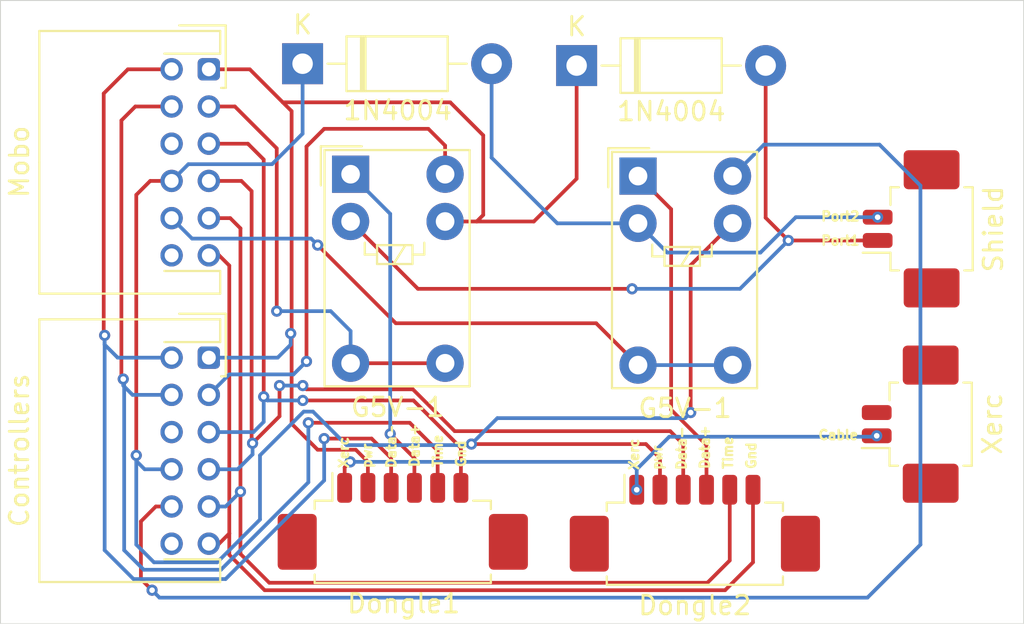
<source format=kicad_pcb>
(kicad_pcb (version 20240108) (generator "pcbnew") (generator_version "8.0")
  (layers (0 "F.Cu" signal) (31 "B.Cu" signal) (34 "B.Paste" user) (35 "F.Paste" user) (36 "B.SilkS" user "B.Silkscreen") (37 "F.SilkS" user "F.Silkscreen") (38 "B.Mask" user) (39 "F.Mask" user) (44 "Edge.Cuts" user))
  (net 0 "")
  (net 1 "Net-(D1-A)")
  (net 2 "Net-(D2-A)")
  (net 3 "Net-(D1-K)")
  (net 4 "Net-(D2-K)")
  (net 5 "Net-(J1-Pin_5)")
  (net 6 "Net-(J1-Pin_4)")
  (net 8 "Net-(J1-Pin_9)")
  (net 10 "Net-(J1-Pin_10)")
  (net 11 "Net-(J1-Pin_7)")
  (net 12 "Net-(J1-Pin_11)")
  (net 13 "Net-(J1-Pin_3)")
  (net 14 "Net-(J1-Pin_2)")
  (net 15 "Net-(J2-Pin_3)")
  (net 16 "Net-(J2-Pin_10)")
  (net 19 "Net-(J3-Pin_1)")
  (net 20 "Net-(J3-Pin_4)")
  (net 21 "Net-(J4-Pin_4)")
  (footprint "Diode_THT:D_DO-41_SOD81_P10.16mm_Horizontal" (layer "F.Cu") (at 135.44 78.1)
    (property "Reference" "D1" (hide yes))
    (property "Value" "1N4004")
    (fp_line (start 1.34 0) (end 2.36 0) (stroke (width 0.12)) (layer "F.SilkS"))
    (fp_line (start 2.36 -1.47) (end 2.36 1.47) (stroke (width 0.12)) (layer "F.SilkS"))
    (fp_line (start 2.36 1.47) (end 7.8 1.47) (stroke (width 0.12)) (layer "F.SilkS"))
    (fp_line (start 3.14 -1.47) (end 3.14 1.47) (stroke (width 0.12)) (layer "F.SilkS"))
    (fp_line (start 3.26 -1.47) (end 3.26 1.47) (stroke (width 0.12)) (layer "F.SilkS"))
    (fp_line (start 3.38 -1.47) (end 3.38 1.47) (stroke (width 0.12)) (layer "F.SilkS"))
    (fp_line (start 7.8 -1.47) (end 2.36 -1.47) (stroke (width 0.12)) (layer "F.SilkS"))
    (fp_line (start 7.8 1.47) (end 7.8 -1.47) (stroke (width 0.12)) (layer "F.SilkS"))
    (fp_line (start 8.82 0) (end 7.8 0) (stroke (width 0.12)) (layer "F.SilkS"))
    (fp_text user "K" (at 0 -2.1 0) (layer "F.SilkS"))
    (pad "1" thru_hole rect (at 0 0) (size 2.2 2.2) (drill 1.1) (layers "*.Cu" "*.Mask") (net 3 "Net-(D1-K)"))
    (pad "2" thru_hole oval (at 10.16 0) (size 2.2 2.2) (drill 1.1) (layers "*.Cu" "*.Mask") (net 1 "Net-(D1-A)"))
  )
  (footprint "Connector_Molex:Molex_PicoBlade_53261-0671_1x06-1MP_P1.25mm_Horizontal" (layer "F.Cu") (at 140.825 103.3)
    (property "Reference" "J3" (hide yes))
    (property "Value" "Dongle1")
    (fp_line (start -4.735 -1.71) (end -3.785 -1.71) (stroke (width 0.12)) (layer "F.SilkS"))
    (fp_line (start -4.735 -1.26) (end -4.735 -1.71) (stroke (width 0.12)) (layer "F.SilkS"))
    (fp_line (start -4.735 2.26) (end -4.735 2.71) (stroke (width 0.12)) (layer "F.SilkS"))
    (fp_line (start -4.735 2.71) (end 4.735 2.71) (stroke (width 0.12)) (layer "F.SilkS"))
    (fp_line (start -3.785 -1.71) (end -3.785 -3.2) (stroke (width 0.12)) (layer "F.SilkS"))
    (fp_line (start 4.735 -1.71) (end 3.785 -1.71) (stroke (width 0.12)) (layer "F.SilkS"))
    (fp_line (start 4.735 -1.26) (end 4.735 -1.71) (stroke (width 0.12)) (layer "F.SilkS"))
    (fp_line (start 4.735 2.71) (end 4.735 2.26) (stroke (width 0.12)) (layer "F.SilkS"))
    (pad "1" smd roundrect (at -3.125 -2.4) (size 0.8 1.6) (layers "F.Cu" "F.Paste" "F.Mask") (net 19 "Net-(J3-Pin_1)"))
    (pad "2" smd roundrect (at -1.875 -2.4) (size 0.8 1.6) (layers "F.Cu" "F.Paste" "F.Mask") (net 4 "Net-(D2-K)"))
    (pad "3" smd roundrect (at -0.625 -2.4) (size 0.8 1.6) (layers "F.Cu" "F.Paste" "F.Mask") (net 14 "Net-(J1-Pin_2)"))
    (pad "4" smd roundrect (at 0.625 -2.4) (size 0.8 1.6) (layers "F.Cu" "F.Paste" "F.Mask") (net 20 "Net-(J3-Pin_4)"))
    (pad "5" smd roundrect (at 1.875 -2.4) (size 0.8 1.6) (layers "F.Cu" "F.Paste" "F.Mask") (net 6 "Net-(J1-Pin_4)"))
    (pad "6" smd roundrect (at 3.125 -2.4) (size 0.8 1.6) (layers "F.Cu" "F.Paste" "F.Mask") (net 5 "Net-(J1-Pin_5)"))
    (pad "MP" smd roundrect (at -5.675 0.5) (size 2.1 3) (layers "F.Cu" "F.Paste" "F.Mask") (roundrect_rratio 0.119048))
    (pad "MP" smd roundrect (at 5.675 0.5) (size 2.1 3) (layers "F.Cu" "F.Paste" "F.Mask") (roundrect_rratio 0.119048))
  )
  (footprint "Relay_THT:Relay_SPDT_Omron_G5V-1" (layer "F.Cu") (at 153.47 84.14)
    (property "Reference" "K2" (hide yes))
    (property "Value" "G5V-1")
    (fp_line (start -1.6 -1.5) (end 0.6 -1.5) (stroke (width 0.12)) (layer "F.SilkS"))
    (fp_line (start -1.6 0.6) (end -1.6 -1.5) (stroke (width 0.12)) (layer "F.SilkS"))
    (fp_line (start -1.4 -1.3) (end 6.4 -1.3) (stroke (width 0.12)) (layer "F.SilkS"))
    (fp_line (start -1.4 11.4) (end -1.4 -1.3) (stroke (width 0.12)) (layer "F.SilkS"))
    (fp_line (start 0.762 3.683) (end 0.762 4.318) (stroke (width 0.12)) (layer "F.SilkS"))
    (fp_line (start 0.762 4.318) (end 1.422 4.318) (stroke (width 0.12)) (layer "F.SilkS"))
    (fp_line (start 1.422 3.81) (end 1.422 4.826) (stroke (width 0.12)) (layer "F.SilkS"))
    (fp_line (start 1.422 4.826) (end 3.327 4.826) (stroke (width 0.12)) (layer "F.SilkS"))
    (fp_line (start 2.946 3.81) (end 2.311 4.826) (stroke (width 0.12)) (layer "F.SilkS"))
    (fp_line (start 3.327 3.81) (end 1.422 3.81) (stroke (width 0.12)) (layer "F.SilkS"))
    (fp_line (start 3.327 3.81) (end 3.327 4.826) (stroke (width 0.12)) (layer "F.SilkS"))
    (fp_line (start 3.962 3.683) (end 3.962 4.318) (stroke (width 0.12)) (layer "F.SilkS"))
    (fp_line (start 3.962 4.318) (end 3.327 4.318) (stroke (width 0.12)) (layer "F.SilkS"))
    (fp_line (start 6.4 -1.3) (end 6.4 11.4) (stroke (width 0.12)) (layer "F.SilkS"))
    (fp_line (start 6.4 11.4) (end -1.4 11.4) (stroke (width 0.12)) (layer "F.SilkS"))
    (pad "1" thru_hole rect (at 0 0) (size 2 2) (drill 1) (layers "*.Cu" "*.Mask") (net 21 "Net-(J4-Pin_4)"))
    (pad "2" thru_hole circle (at 0 2.54) (size 2 2) (drill 1) (layers "*.Cu" "*.Mask") (net 1 "Net-(D1-A)"))
    (pad "5" thru_hole circle (at 0 10.16) (size 2 2) (drill 1) (layers "*.Cu" "*.Mask") (net 10 "Net-(J1-Pin_10)"))
    (pad "6" thru_hole circle (at 5.08 10.16) (size 2 2) (drill 1) (layers "*.Cu" "*.Mask") (net 10 "Net-(J1-Pin_10)"))
    (pad "9" thru_hole circle (at 5.08 2.54) (size 2 2) (drill 1) (layers "*.Cu" "*.Mask") (net 3 "Net-(D1-K)"))
    (pad "10" thru_hole circle (at 5.08 0) (size 2 2) (drill 1) (layers "*.Cu" "*.Mask") (net 16 "Net-(J2-Pin_10)"))
  )
  (footprint "Relay_THT:Relay_SPDT_Omron_G5V-1" (layer "F.Cu") (at 138.02 84.04)
    (property "Reference" "K1" (hide yes))
    (property "Value" "G5V-1")
    (fp_line (start -1.6 -1.5) (end 0.6 -1.5) (stroke (width 0.12)) (layer "F.SilkS"))
    (fp_line (start -1.6 0.6) (end -1.6 -1.5) (stroke (width 0.12)) (layer "F.SilkS"))
    (fp_line (start -1.4 -1.3) (end 6.4 -1.3) (stroke (width 0.12)) (layer "F.SilkS"))
    (fp_line (start -1.4 11.4) (end -1.4 -1.3) (stroke (width 0.12)) (layer "F.SilkS"))
    (fp_line (start 0.762 3.683) (end 0.762 4.318) (stroke (width 0.12)) (layer "F.SilkS"))
    (fp_line (start 0.762 4.318) (end 1.422 4.318) (stroke (width 0.12)) (layer "F.SilkS"))
    (fp_line (start 1.422 3.81) (end 1.422 4.826) (stroke (width 0.12)) (layer "F.SilkS"))
    (fp_line (start 1.422 4.826) (end 3.327 4.826) (stroke (width 0.12)) (layer "F.SilkS"))
    (fp_line (start 2.946 3.81) (end 2.311 4.826) (stroke (width 0.12)) (layer "F.SilkS"))
    (fp_line (start 3.327 3.81) (end 1.422 3.81) (stroke (width 0.12)) (layer "F.SilkS"))
    (fp_line (start 3.327 3.81) (end 3.327 4.826) (stroke (width 0.12)) (layer "F.SilkS"))
    (fp_line (start 3.962 3.683) (end 3.962 4.318) (stroke (width 0.12)) (layer "F.SilkS"))
    (fp_line (start 3.962 4.318) (end 3.327 4.318) (stroke (width 0.12)) (layer "F.SilkS"))
    (fp_line (start 6.4 -1.3) (end 6.4 11.4) (stroke (width 0.12)) (layer "F.SilkS"))
    (fp_line (start 6.4 11.4) (end -1.4 11.4) (stroke (width 0.12)) (layer "F.SilkS"))
    (pad "1" thru_hole rect (at 0 0) (size 2 2) (drill 1) (layers "*.Cu" "*.Mask") (net 20 "Net-(J3-Pin_4)"))
    (pad "2" thru_hole circle (at 0 2.54) (size 2 2) (drill 1) (layers "*.Cu" "*.Mask") (net 2 "Net-(D2-A)"))
    (pad "5" thru_hole circle (at 0 10.16) (size 2 2) (drill 1) (layers "*.Cu" "*.Mask") (net 13 "Net-(J1-Pin_3)"))
    (pad "6" thru_hole circle (at 5.08 10.16) (size 2 2) (drill 1) (layers "*.Cu" "*.Mask") (net 13 "Net-(J1-Pin_3)"))
    (pad "9" thru_hole circle (at 5.08 2.54) (size 2 2) (drill 1) (layers "*.Cu" "*.Mask") (net 4 "Net-(D2-K)"))
    (pad "10" thru_hole circle (at 5.08 0) (size 2 2) (drill 1) (layers "*.Cu" "*.Mask") (net 15 "Net-(J2-Pin_3)"))
  )
  (footprint "Diode_THT:D_DO-41_SOD81_P10.16mm_Horizontal" (layer "F.Cu") (at 150.17 78.2)
    (property "Reference" "D2" (hide yes))
    (property "Value" "1N4004")
    (fp_line (start 1.34 0) (end 2.36 0) (stroke (width 0.12)) (layer "F.SilkS"))
    (fp_line (start 2.36 -1.47) (end 2.36 1.47) (stroke (width 0.12)) (layer "F.SilkS"))
    (fp_line (start 2.36 1.47) (end 7.8 1.47) (stroke (width 0.12)) (layer "F.SilkS"))
    (fp_line (start 3.14 -1.47) (end 3.14 1.47) (stroke (width 0.12)) (layer "F.SilkS"))
    (fp_line (start 3.26 -1.47) (end 3.26 1.47) (stroke (width 0.12)) (layer "F.SilkS"))
    (fp_line (start 3.38 -1.47) (end 3.38 1.47) (stroke (width 0.12)) (layer "F.SilkS"))
    (fp_line (start 7.8 -1.47) (end 2.36 -1.47) (stroke (width 0.12)) (layer "F.SilkS"))
    (fp_line (start 7.8 1.47) (end 7.8 -1.47) (stroke (width 0.12)) (layer "F.SilkS"))
    (fp_line (start 8.82 0) (end 7.8 0) (stroke (width 0.12)) (layer "F.SilkS"))
    (fp_text user "K" (at 0 -2.1 0) (layer "F.SilkS"))
    (pad "1" thru_hole rect (at 0 0) (size 2.2 2.2) (drill 1.1) (layers "*.Cu" "*.Mask") (net 4 "Net-(D2-K)"))
    (pad "2" thru_hole oval (at 10.16 0) (size 2.2 2.2) (drill 1.1) (layers "*.Cu" "*.Mask") (net 2 "Net-(D2-A)"))
  )
  (footprint "Connector_Molex:Molex_PicoBlade_53261-0271_1x02-1MP_P1.25mm_Horizontal" (layer "F.Cu") (at 168.75 86.975 90)
    (property "Reference" "J6" (hide yes))
    (property "Value" "Shield")
    (fp_line (start 2.235 -1.71) (end 1.285 -1.71) (stroke (width 0.12)) (layer "F.SilkS"))
    (fp_line (start -1.285 -1.71) (end -1.285 -3.2) (stroke (width 0.12)) (layer "F.SilkS"))
    (fp_line (start -2.235 -1.71) (end -1.285 -1.71) (stroke (width 0.12)) (layer "F.SilkS"))
    (fp_line (start 2.235 -1.26) (end 2.235 -1.71) (stroke (width 0.12)) (layer "F.SilkS"))
    (fp_line (start -2.235 -1.26) (end -2.235 -1.71) (stroke (width 0.12)) (layer "F.SilkS"))
    (fp_line (start -2.235 2.26) (end -2.235 2.71) (stroke (width 0.12)) (layer "F.SilkS"))
    (fp_line (start 2.235 2.71) (end 2.235 2.26) (stroke (width 0.12)) (layer "F.SilkS"))
    (fp_line (start -2.235 2.71) (end 2.235 2.71) (stroke (width 0.12)) (layer "F.SilkS"))
    (pad "1" smd roundrect (at -0.625 -2.4 90) (size 0.8 1.6) (layers "F.Cu" "F.Paste" "F.Mask") (net 2 "Net-(D2-A)"))
    (pad "2" smd roundrect (at 0.625 -2.4 90) (size 0.8 1.6) (layers "F.Cu" "F.Paste" "F.Mask") (net 1 "Net-(D1-A)"))
    (pad "MP" smd roundrect (at -3.175 0.5 90) (size 2.1 3) (layers "F.Cu" "F.Paste" "F.Mask") (roundrect_rratio 0.119048))
    (pad "MP" smd roundrect (at 3.175 0.5 90) (size 2.1 3) (layers "F.Cu" "F.Paste" "F.Mask") (roundrect_rratio 0.119048))
  )
  (footprint "Connector_JST:JST_PHD_S12B-PHDSS_2x06_P2.00mm_Horizontal" (layer "F.Cu") (at 130.4 93.9 -90)
    (property "Reference" "J2" (hide yes))
    (property "Value" "Controllers")
    (fp_line (start -2.06 9.11) (end 5 9.11) (stroke (width 0.12)) (layer "F.SilkS"))
    (fp_line (start 12.06 9.11) (end 5 9.11) (stroke (width 0.12)) (layer "F.SilkS"))
    (fp_line (start -0.84 2.39) (end -0.84 -0.61) (stroke (width 0.12)) (layer "F.SilkS"))
    (fp_line (start 10.84 2.39) (end 10.84 -0.61) (stroke (width 0.12)) (layer "F.SilkS"))
    (fp_line (start -2.06 -0.61) (end -2.06 9.11) (stroke (width 0.12)) (layer "F.SilkS"))
    (fp_line (start -0.84 -0.61) (end -2.06 -0.61) (stroke (width 0.12)) (layer "F.SilkS"))
    (fp_line (start 10.84 -0.61) (end 12.06 -0.61) (stroke (width 0.12)) (layer "F.SilkS"))
    (fp_line (start 12.06 -0.61) (end 12.06 9.11) (stroke (width 0.12)) (layer "F.SilkS"))
    (fp_line (start 1 -0.66) (end 1 -0.91) (stroke (width 0.12)) (layer "F.SilkS"))
    (fp_line (start -2.36 -0.91) (end -2.36 1.59) (stroke (width 0.12)) (layer "F.SilkS"))
    (fp_line (start 1 -0.91) (end -2.36 -0.91) (stroke (width 0.12)) (layer "F.SilkS"))
    (pad "1" thru_hole roundrect (at 0 0 270) (size 1.2 1.2) (drill 0.75) (layers "*.Cu" "*.Mask") (roundrect_rratio 0.208333) (net 4 "Net-(D2-K)"))
    (pad "2" thru_hole circle (at 0 2 270) (size 1.2 1.2) (drill 0.75) (layers "*.Cu" "*.Mask") (net 14 "Net-(J1-Pin_2)"))
    (pad "3" thru_hole circle (at 2 0 270) (size 1.2 1.2) (drill 0.75) (layers "*.Cu" "*.Mask") (net 15 "Net-(J2-Pin_3)"))
    (pad "4" thru_hole circle (at 2 2 270) (size 1.2 1.2) (drill 0.75) (layers "*.Cu" "*.Mask") (net 6 "Net-(J1-Pin_4)"))
    (pad "5" thru_hole circle (at 4 0 270) (size 1.2 1.2) (drill 0.75) (layers "*.Cu" "*.Mask") (net 5 "Net-(J1-Pin_5)"))
    (pad "6" thru_hole circle (at 4 2 270) (size 1.2 1.2) (drill 0.75) (layers "*.Cu" "*.Mask"))
    (pad "7" thru_hole circle (at 6 0 270) (size 1.2 1.2) (drill 0.75) (layers "*.Cu" "*.Mask") (net 11 "Net-(J1-Pin_7)"))
    (pad "8" thru_hole circle (at 6 2 270) (size 1.2 1.2) (drill 0.75) (layers "*.Cu" "*.Mask") (net 3 "Net-(D1-K)"))
    (pad "9" thru_hole circle (at 8 0 270) (size 1.2 1.2) (drill 0.75) (layers "*.Cu" "*.Mask") (net 8 "Net-(J1-Pin_9)"))
    (pad "10" thru_hole circle (at 8 2 270) (size 1.2 1.2) (drill 0.75) (layers "*.Cu" "*.Mask") (net 16 "Net-(J2-Pin_10)"))
    (pad "11" thru_hole circle (at 10 0 270) (size 1.2 1.2) (drill 0.75) (layers "*.Cu" "*.Mask") (net 12 "Net-(J1-Pin_11)"))
    (pad "12" thru_hole circle (at 10 2 270) (size 1.2 1.2) (drill 0.75) (layers "*.Cu" "*.Mask"))
  )
  (footprint "Connector_Molex:Molex_PicoBlade_53261-0271_1x02-1MP_P1.25mm_Horizontal" (layer "F.Cu") (at 168.7 97.475 90)
    (property "Reference" "J5" (hide yes))
    (property "Value" "Xerc")
    (fp_line (start 2.235 -1.71) (end 1.285 -1.71) (stroke (width 0.12)) (layer "F.SilkS"))
    (fp_line (start -1.285 -1.71) (end -1.285 -3.2) (stroke (width 0.12)) (layer "F.SilkS"))
    (fp_line (start -2.235 -1.71) (end -1.285 -1.71) (stroke (width 0.12)) (layer "F.SilkS"))
    (fp_line (start 2.235 -1.26) (end 2.235 -1.71) (stroke (width 0.12)) (layer "F.SilkS"))
    (fp_line (start -2.235 -1.26) (end -2.235 -1.71) (stroke (width 0.12)) (layer "F.SilkS"))
    (fp_line (start -2.235 2.26) (end -2.235 2.71) (stroke (width 0.12)) (layer "F.SilkS"))
    (fp_line (start 2.235 2.71) (end 2.235 2.26) (stroke (width 0.12)) (layer "F.SilkS"))
    (fp_line (start -2.235 2.71) (end 2.235 2.71) (stroke (width 0.12)) (layer "F.SilkS"))
    (pad "1" smd roundrect (at -0.625 -2.4 90) (size 0.8 1.6) (layers "F.Cu" "F.Paste" "F.Mask") (net 19 "Net-(J3-Pin_1)"))
    (pad "2" smd roundrect (at 0.625 -2.4 90) (size 0.8 1.6) (layers "F.Cu" "F.Paste" "F.Mask"))
    (pad "MP" smd roundrect (at -3.175 0.5 90) (size 2.1 3) (layers "F.Cu" "F.Paste" "F.Mask") (roundrect_rratio 0.119048))
    (pad "MP" smd roundrect (at 3.175 0.5 90) (size 2.1 3) (layers "F.Cu" "F.Paste" "F.Mask") (roundrect_rratio 0.119048))
  )
  (footprint "Connector_Molex:Molex_PicoBlade_53261-0671_1x06-1MP_P1.25mm_Horizontal" (layer "F.Cu") (at 156.525 103.4)
    (property "Reference" "J4" (hide yes))
    (property "Value" "Dongle2")
    (fp_line (start -4.735 -1.71) (end -3.785 -1.71) (stroke (width 0.12)) (layer "F.SilkS"))
    (fp_line (start -4.735 -1.26) (end -4.735 -1.71) (stroke (width 0.12)) (layer "F.SilkS"))
    (fp_line (start -4.735 2.26) (end -4.735 2.71) (stroke (width 0.12)) (layer "F.SilkS"))
    (fp_line (start -4.735 2.71) (end 4.735 2.71) (stroke (width 0.12)) (layer "F.SilkS"))
    (fp_line (start -3.785 -1.71) (end -3.785 -3.2) (stroke (width 0.12)) (layer "F.SilkS"))
    (fp_line (start 4.735 -1.71) (end 3.785 -1.71) (stroke (width 0.12)) (layer "F.SilkS"))
    (fp_line (start 4.735 -1.26) (end 4.735 -1.71) (stroke (width 0.12)) (layer "F.SilkS"))
    (fp_line (start 4.735 2.71) (end 4.735 2.26) (stroke (width 0.12)) (layer "F.SilkS"))
    (pad "1" smd roundrect (at -3.125 -2.4) (size 0.8 1.6) (layers "F.Cu" "F.Paste" "F.Mask") (net 19 "Net-(J3-Pin_1)"))
    (pad "2" smd roundrect (at -1.875 -2.4) (size 0.8 1.6) (layers "F.Cu" "F.Paste" "F.Mask") (net 3 "Net-(D1-K)"))
    (pad "3" smd roundrect (at -0.625 -2.4) (size 0.8 1.6) (layers "F.Cu" "F.Paste" "F.Mask") (net 11 "Net-(J1-Pin_7)"))
    (pad "4" smd roundrect (at 0.625 -2.4) (size 0.8 1.6) (layers "F.Cu" "F.Paste" "F.Mask") (net 21 "Net-(J4-Pin_4)"))
    (pad "5" smd roundrect (at 1.875 -2.4) (size 0.8 1.6) (layers "F.Cu" "F.Paste" "F.Mask") (net 8 "Net-(J1-Pin_9)"))
    (pad "6" smd roundrect (at 3.125 -2.4) (size 0.8 1.6) (layers "F.Cu" "F.Paste" "F.Mask") (net 12 "Net-(J1-Pin_11)"))
    (pad "MP" smd roundrect (at -5.675 0.5) (size 2.1 3) (layers "F.Cu" "F.Paste" "F.Mask") (roundrect_rratio 0.119048))
    (pad "MP" smd roundrect (at 5.675 0.5) (size 2.1 3) (layers "F.Cu" "F.Paste" "F.Mask") (roundrect_rratio 0.119048))
  )
  (footprint "Connector_JST:JST_PHD_S12B-PHDSS_2x06_P2.00mm_Horizontal" (layer "F.Cu") (at 130.4 78.4 -90)
    (property "Reference" "J1" (hide yes))
    (property "Value" "Mobo")
    (fp_line (start -2.06 9.11) (end 5 9.11) (stroke (width 0.12)) (layer "F.SilkS"))
    (fp_line (start 12.06 9.11) (end 5 9.11) (stroke (width 0.12)) (layer "F.SilkS"))
    (fp_line (start -0.84 2.39) (end -0.84 -0.61) (stroke (width 0.12)) (layer "F.SilkS"))
    (fp_line (start 10.84 2.39) (end 10.84 -0.61) (stroke (width 0.12)) (layer "F.SilkS"))
    (fp_line (start -2.06 -0.61) (end -2.06 9.11) (stroke (width 0.12)) (layer "F.SilkS"))
    (fp_line (start -0.84 -0.61) (end -2.06 -0.61) (stroke (width 0.12)) (layer "F.SilkS"))
    (fp_line (start 10.84 -0.61) (end 12.06 -0.61) (stroke (width 0.12)) (layer "F.SilkS"))
    (fp_line (start 12.06 -0.61) (end 12.06 9.11) (stroke (width 0.12)) (layer "F.SilkS"))
    (fp_line (start 1 -0.66) (end 1 -0.91) (stroke (width 0.12)) (layer "F.SilkS"))
    (fp_line (start -2.36 -0.91) (end -2.36 1.59) (stroke (width 0.12)) (layer "F.SilkS"))
    (fp_line (start 1 -0.91) (end -2.36 -0.91) (stroke (width 0.12)) (layer "F.SilkS"))
    (pad "1" thru_hole roundrect (at 0 0 270) (size 1.2 1.2) (drill 0.75) (layers "*.Cu" "*.Mask") (roundrect_rratio 0.208333) (net 4 "Net-(D2-K)"))
    (pad "2" thru_hole circle (at 0 2 270) (size 1.2 1.2) (drill 0.75) (layers "*.Cu" "*.Mask") (net 14 "Net-(J1-Pin_2)"))
    (pad "3" thru_hole circle (at 2 0 270) (size 1.2 1.2) (drill 0.75) (layers "*.Cu" "*.Mask") (net 13 "Net-(J1-Pin_3)"))
    (pad "4" thru_hole circle (at 2 2 270) (size 1.2 1.2) (drill 0.75) (layers "*.Cu" "*.Mask") (net 6 "Net-(J1-Pin_4)"))
    (pad "5" thru_hole circle (at 4 0 270) (size 1.2 1.2) (drill 0.75) (layers "*.Cu" "*.Mask") (net 5 "Net-(J1-Pin_5)"))
    (pad "6" thru_hole circle (at 4 2 270) (size 1.2 1.2) (drill 0.75) (layers "*.Cu" "*.Mask"))
    (pad "7" thru_hole circle (at 6 0 270) (size 1.2 1.2) (drill 0.75) (layers "*.Cu" "*.Mask") (net 11 "Net-(J1-Pin_7)"))
    (pad "8" thru_hole circle (at 6 2 270) (size 1.2 1.2) (drill 0.75) (layers "*.Cu" "*.Mask") (net 3 "Net-(D1-K)"))
    (pad "9" thru_hole circle (at 8 0 270) (size 1.2 1.2) (drill 0.75) (layers "*.Cu" "*.Mask") (net 8 "Net-(J1-Pin_9)"))
    (pad "10" thru_hole circle (at 8 2 270) (size 1.2 1.2) (drill 0.75) (layers "*.Cu" "*.Mask") (net 10 "Net-(J1-Pin_10)"))
    (pad "11" thru_hole circle (at 10 0 270) (size 1.2 1.2) (drill 0.75) (layers "*.Cu" "*.Mask") (net 12 "Net-(J1-Pin_11)"))
    (pad "12" thru_hole circle (at 10 2 270) (size 1.2 1.2) (drill 0.75) (layers "*.Cu" "*.Mask"))
  )
  (gr_rect (start 119.2 74.7) (end 174.2 108.2) (stroke (width 0.05)) (fill none) (layer "Edge.Cuts"))
  (gr_text "1N4004" (at 152.25 81.25 0) (layer "F.SilkS") (effects (font (size 1 1)) (justify left bottom)))
  (gr_text "Controllers" (at 120.8 103.1 90) (layer "F.SilkS") (effects (font (size 1 1)) (justify left bottom)))
  (gr_text "Mobo" (at 120.8 85.4 90) (layer "F.SilkS") (effects (font (size 1 1)) (justify left bottom)))
  (gr_text "Data+" (at 141.75 99.85 90) (layer "F.SilkS") (effects (font (size 0.5 0.5) (thickness 0.125)) (justify left bottom)))
  (gr_text "Port1" (at 163.25 87.9 0) (layer "F.SilkS") (effects (font (size 0.5 0.5) (thickness 0.125)) (justify left bottom)))
  (gr_text "Cable" (at 163.1 98.35 0) (layer "F.SilkS") (effects (font (size 0.5 0.5) (thickness 0.125)) (justify left bottom)))
  (gr_text "G5V-1" (at 137.95 97.15 0) (layer "F.SilkS") (effects (font (size 1 1)) (justify left bottom)))
  (gr_text "Gnd" (at 159.85 99.95 90) (layer "F.SilkS") (effects (font (size 0.5 0.5) (thickness 0.125)) (justify left bottom)))
  (gr_text "Data+" (at 157.35 99.95 90) (layer "F.SilkS") (effects (font (size 0.5 0.5) (thickness 0.125)) (justify left bottom)))
  (gr_text "Time" (at 158.6 99.95 90) (layer "F.SilkS") (effects (font (size 0.5 0.5) (thickness 0.125)) (justify left bottom)))
  (gr_text "1N4004" (at 137.55 81.2 0) (layer "F.SilkS") (effects (font (size 1 1)) (justify left bottom)))
  (gr_text "Dongle2" (at 153.4 107.8 0) (layer "F.SilkS") (effects (font (size 1 1)) (justify left bottom)))
  (gr_text "G5V-1" (at 153.4 97.2 0) (layer "F.SilkS") (effects (font (size 1 1)) (justify left bottom)))
  (gr_text "Time" (at 143 99.85 90) (layer "F.SilkS") (effects (font (size 0.5 0.5) (thickness 0.125)) (justify left bottom)))
  (gr_text "pwr" (at 154.8 100 90) (layer "F.SilkS") (effects (font (size 0.5 0.5) (thickness 0.125)) (justify left bottom)))
  (gr_text "Data-" (at 140.5 99.9 90) (layer "F.SilkS") (effects (font (size 0.5 0.5) (thickness 0.125)) (justify left bottom)))
  (gr_text "Dongle1" (at 137.75 107.7 0) (layer "F.SilkS") (effects (font (size 1 1)) (justify left bottom)))
  (gr_text "Xerc" (at 137.95 99.9 90) (layer "F.SilkS") (effects (font (size 0.5 0.5) (thickness 0.125)) (justify left bottom)))
  (gr_text "pwr" (at 139.2 99.9 90) (layer "F.SilkS") (effects (font (size 0.5 0.5) (thickness 0.125)) (justify left bottom)))
  (gr_text "Port2" (at 163.25 86.6 0) (layer "F.SilkS") (effects (font (size 0.5 0.5) (thickness 0.125)) (justify left bottom)))
  (gr_text "Data-" (at 156.1 100 90) (layer "F.SilkS") (effects (font (size 0.5 0.5) (thickness 0.125)) (justify left bottom)))
  (gr_text "Xerc" (at 173.1 99.2 90) (layer "F.SilkS") (effects (font (size 1 1)) (justify left bottom)))
  (gr_text "Shield" (at 173.15 89.4 90) (layer "F.SilkS") (effects (font (size 1 1)) (justify left bottom)))
  (gr_text "Gnd" (at 144.25 99.85 90) (layer "F.SilkS") (effects (font (size 0.5 0.5) (thickness 0.125)) (justify left bottom)))
  (gr_text "Xerc" (at 153.55 100 90) (layer "F.SilkS") (effects (font (size 0.5 0.5) (thickness 0.125)) (justify left bottom)))
  (via (at 166.35 86.35) (size 0.6) (drill 0.3) (layers "F.Cu" "B.Cu") (net 1))
  (segment (start 160.051471 88.25) (end 161.951471 86.35) (width 0.2) (layer "B.Cu") (net 1))
  (segment (start 145.6 83.15) (end 149.13 86.68) (width 0.2) (layer "B.Cu") (net 1))
  (segment (start 161.951471 86.35) (end 166.35 86.35) (width 0.2) (layer "B.Cu") (net 1))
  (segment (start 155.04 88.25) (end 160.051471 88.25) (width 0.2) (layer "B.Cu") (net 1))
  (segment (start 149.13 86.68) (end 153.47 86.68) (width 0.2) (layer "B.Cu") (net 1))
  (segment (start 145.6 78.1) (end 145.6 83.15) (width 0.2) (layer "B.Cu") (net 1))
  (segment (start 153.47 86.68) (end 155.04 88.25) (width 0.2) (layer "B.Cu") (net 1))
  (segment (start 138.02 86.58) (end 141.64 90.2) (width 0.2) (layer "F.Cu") (net 2))
  (segment (start 161.55 87.6) (end 160.33 86.38) (width 0.2) (layer "F.Cu") (net 2))
  (segment (start 160.33 86.38) (end 160.33 78.2) (width 0.2) (layer "F.Cu") (net 2))
  (segment (start 141.64 90.2) (end 153.15 90.2) (width 0.2) (layer "F.Cu") (net 2))
  (segment (start 166.35 87.6) (end 161.55 87.6) (width 0.2) (layer "F.Cu") (net 2))
  (via (at 161.55 87.6) (size 0.6) (drill 0.3) (layers "F.Cu" "B.Cu") (net 2))
  (via (at 153.15 90.2) (size 0.6) (drill 0.3) (layers "F.Cu" "B.Cu") (net 2))
  (segment (start 153.15 90.2) (end 158.95 90.2) (width 0.2) (layer "B.Cu") (net 2))
  (segment (start 158.95 90.2) (end 161.55 87.6) (width 0.2) (layer "B.Cu") (net 2))
  (segment (start 126.5 85.15) (end 126.5 99.15) (width 0.2) (layer "F.Cu") (net 3))
  (segment (start 154.65 99.3) (end 154.65 101) (width 0.2) (layer "F.Cu") (net 3))
  (segment (start 127.25 84.4) (end 126.5 85.15) (width 0.2) (layer "F.Cu") (net 3))
  (segment (start 144.513877 98.544954) (end 153.894954 98.544954) (width 0.2) (layer "F.Cu") (net 3))
  (segment (start 158.55 86.68) (end 156.3 88.93) (width 0.2) (layer "F.Cu") (net 3))
  (segment (start 156.3 88.93) (end 156.3 96.85) (width 0.2) (layer "F.Cu") (net 3))
  (segment (start 128.4 84.4) (end 127.25 84.4) (width 0.2) (layer "F.Cu") (net 3))
  (segment (start 153.894954 98.544954) (end 154.65 99.3) (width 0.2) (layer "F.Cu") (net 3))
  (via (at 126.5 99.15) (size 0.6) (drill 0.3) (layers "F.Cu" "B.Cu") (net 3))
  (via (at 156.3 96.85) (size 0.6) (drill 0.3) (layers "F.Cu" "B.Cu") (net 3))
  (via (at 144.513877 98.544954) (size 0.6) (drill 0.3) (layers "F.Cu" "B.Cu") (net 3))
  (segment (start 133.8 83.5) (end 135.44 81.86) (width 0.2) (layer "B.Cu") (net 3))
  (segment (start 127.45 104.9) (end 126.5 103.95) (width 0.2) (layer "B.Cu") (net 3))
  (segment (start 130.85 104.9) (end 127.45 104.9) (width 0.2) (layer "B.Cu") (net 3))
  (segment (start 156 97.15) (end 145.908831 97.15) (width 0.2) (layer "B.Cu") (net 3))
  (segment (start 126.5 99.15) (end 126.5 99.45) (width 0.2) (layer "B.Cu") (net 3))
  (segment (start 144.458831 98.6) (end 137.798529 98.6) (width 0.2) (layer "B.Cu") (net 3))
  (segment (start 145.908831 97.15) (end 144.513877 98.544954) (width 0.2) (layer "B.Cu") (net 3))
  (segment (start 126.5 103.95) (end 126.5 99.15) (width 0.2) (layer "B.Cu") (net 3))
  (segment (start 126.95 99.9) (end 128.4 99.9) (width 0.2) (layer "B.Cu") (net 3))
  (segment (start 126.5 99.45) (end 126.95 99.9) (width 0.2) (layer "B.Cu") (net 3))
  (segment (start 156.3 96.85) (end 156 97.15) (width 0.2) (layer "B.Cu") (net 3))
  (segment (start 144.513877 98.544954) (end 144.458831 98.6) (width 0.2) (layer "B.Cu") (net 3))
  (segment (start 133.15 99.15) (end 133.15 102.6) (width 0.2) (layer "B.Cu") (net 3))
  (segment (start 128.4 84.4) (end 129.3 83.5) (width 0.2) (layer "B.Cu") (net 3))
  (segment (start 135.998529 96.8) (end 135.5 96.8) (width 0.2) (layer "B.Cu") (net 3))
  (segment (start 133.15 102.6) (end 130.85 104.9) (width 0.2) (layer "B.Cu") (net 3))
  (segment (start 129.3 83.5) (end 133.8 83.5) (width 0.2) (layer "B.Cu") (net 3))
  (segment (start 135.44 81.86) (end 135.44 78.1) (width 0.2) (layer "B.Cu") (net 3))
  (segment (start 135.5 96.8) (end 133.15 99.15) (width 0.2) (layer "B.Cu") (net 3))
  (segment (start 137.798529 98.6) (end 135.998529 96.8) (width 0.2) (layer "B.Cu") (net 3))
  (segment (start 134.375 80.175) (end 134.85 80.65) (width 0.2) (layer "F.Cu") (net 4))
  (segment (start 134.85 92.55) (end 134.8 92.6) (width 0.2) (layer "F.Cu") (net 4))
  (segment (start 150.17 78.2) (end 150.17 84.28) (width 0.2) (layer "F.Cu") (net 4))
  (segment (start 130.4 78.4) (end 132.6 78.4) (width 0.2) (layer "F.Cu") (net 4))
  (segment (start 144.8 86.58) (end 145.15 86.23) (width 0.2) (layer "F.Cu") (net 4))
  (segment (start 150.17 84.28) (end 147.87 86.58) (width 0.2) (layer "F.Cu") (net 4))
  (segment (start 144.8 86.58) (end 143.1 86.58) (width 0.2) (layer "F.Cu") (net 4))
  (segment (start 134.85 80.65) (end 134.85 92.55) (width 0.2) (layer "F.Cu") (net 4))
  (segment (start 143.375 80.175) (end 134.375 80.175) (width 0.2) (layer "F.Cu") (net 4))
  (segment (start 145.15 86.23) (end 145.15 81.95) (width 0.2) (layer "F.Cu") (net 4))
  (segment (start 134.85 97.45) (end 134.85 92.65) (width 0.2) (layer "F.Cu") (net 4))
  (segment (start 138.95 100.9) (end 138.95 99.5) (width 0.2) (layer "F.Cu") (net 4))
  (segment (start 138.95 99.5) (end 138.3 98.85) (width 0.2) (layer "F.Cu") (net 4))
  (segment (start 138.3 98.85) (end 136.25 98.85) (width 0.2) (layer "F.Cu") (net 4))
  (segment (start 134.85 92.65) (end 134.8 92.6) (width 0.2) (layer "F.Cu") (net 4))
  (segment (start 145.15 81.95) (end 143.375 80.175) (width 0.2) (layer "F.Cu") (net 4))
  (segment (start 147.87 86.58) (end 144.8 86.58) (width 0.2) (layer "F.Cu") (net 4))
  (segment (start 136.25 98.85) (end 134.85 97.45) (width 0.2) (layer "F.Cu") (net 4))
  (segment (start 132.6 78.4) (end 134.375 80.175) (width 0.2) (layer "F.Cu") (net 4))
  (via (at 134.8 92.6) (size 0.6) (drill 0.3) (layers "F.Cu" "B.Cu") (net 4))
  (segment (start 134.8 93.2) (end 134.1 93.9) (width 0.2) (layer "B.Cu") (net 4))
  (segment (start 134.1 93.9) (end 130.4 93.9) (width 0.2) (layer "B.Cu") (net 4))
  (segment (start 134.8 92.6) (end 134.8 93.2) (width 0.2) (layer "B.Cu") (net 4))
  (segment (start 132.55 82.45) (end 133.35 83.25) (width 0.2) (layer "F.Cu") (net 5))
  (segment (start 143.95 100.9) (end 143.95 98.75) (width 0.2) (layer "F.Cu") (net 5))
  (segment (start 143.95 98.75) (end 141.4 96.2) (width 0.2) (layer "F.Cu") (net 5))
  (segment (start 130.4 82.4) (end 132.5 82.4) (width 0.2) (layer "F.Cu") (net 5))
  (segment (start 133.35 83.25) (end 133.35 96) (width 0.2) (layer "F.Cu") (net 5))
  (segment (start 141.4 96.2) (end 135.45 96.2) (width 0.2) (layer "F.Cu") (net 5))
  (segment (start 132.5 82.4) (end 132.55 82.45) (width 0.2) (layer "F.Cu") (net 5))
  (via (at 133.35 96) (size 0.6) (drill 0.3) (layers "F.Cu" "B.Cu") (net 5))
  (via (at 135.45 96.2) (size 0.6) (drill 0.3) (layers "F.Cu" "B.Cu") (net 5))
  (segment (start 132.8 97.9) (end 130.4 97.9) (width 0.2) (layer "B.Cu") (net 5))
  (segment (start 133.55 96.2) (end 133.35 96) (width 0.2) (layer "B.Cu") (net 5))
  (segment (start 135.45 96.2) (end 133.55 96.2) (width 0.2) (layer "B.Cu") (net 5))
  (segment (start 133.35 97.35) (end 132.8 97.9) (width 0.2) (layer "B.Cu") (net 5))
  (segment (start 133.35 96) (end 133.35 97.35) (width 0.2) (layer "B.Cu") (net 5))
  (segment (start 125.7 94.95) (end 125.7 81.15) (width 0.2) (layer "F.Cu") (net 6))
  (segment (start 125.8 95.05) (end 125.7 94.95) (width 0.2) (layer "F.Cu") (net 6))
  (segment (start 142.7 100.9) (end 142.7 98.9) (width 0.2) (layer "F.Cu") (net 6))
  (segment (start 141.2 97.4) (end 135.75 97.4) (width 0.2) (layer "F.Cu") (net 6))
  (segment (start 125.7 81.15) (end 126.45 80.4) (width 0.2) (layer "F.Cu") (net 6))
  (segment (start 142.7 98.9) (end 141.2 97.4) (width 0.2) (layer "F.Cu") (net 6))
  (segment (start 126.45 80.4) (end 128.4 80.4) (width 0.2) (layer "F.Cu") (net 6))
  (via (at 125.8 95.05) (size 0.6) (drill 0.3) (layers "F.Cu" "B.Cu") (net 6))
  (via (at 135.75 97.4) (size 0.6) (drill 0.3) (layers "F.Cu" "B.Cu") (net 6))
  (segment (start 125.85 104.25) (end 126.9 105.3) (width 0.2) (layer "B.Cu") (net 6))
  (segment (start 125.85 95.1) (end 125.85 104.25) (width 0.2) (layer "B.Cu") (net 6))
  (segment (start 135.75 100.6) (end 135.75 97.4) (width 0.2) (layer "B.Cu") (net 6))
  (segment (start 131.05 105.3) (end 135.75 100.6) (width 0.2) (layer "B.Cu") (net 6))
  (segment (start 125.8 95.4) (end 126.3 95.9) (width 0.2) (layer "B.Cu") (net 6))
  (segment (start 125.8 95.05) (end 125.85 95.1) (width 0.2) (layer "B.Cu") (net 6))
  (segment (start 126.9 105.3) (end 131.05 105.3) (width 0.2) (layer "B.Cu") (net 6))
  (segment (start 126.3 95.9) (end 128.4 95.9) (width 0.2) (layer "B.Cu") (net 6))
  (segment (start 125.8 95.05) (end 125.8 95.4) (width 0.2) (layer "B.Cu") (net 6))
  (segment (start 132.1 86.95) (end 132.1 101.1) (width 0.2) (layer "F.Cu") (net 8))
  (segment (start 158.4 101) (end 158.4 104.8) (width 0.2) (layer "F.Cu") (net 8))
  (segment (start 158.4 104.8) (end 157.2 106) (width 0.2) (layer "F.Cu") (net 8))
  (segment (start 132.1 104.45) (end 132.1 101.1) (width 0.2) (layer "F.Cu") (net 8))
  (segment (start 131.55 86.4) (end 132.1 86.95) (width 0.2) (layer "F.Cu") (net 8))
  (segment (start 157.2 106) (end 133.65 106) (width 0.2) (layer "F.Cu") (net 8))
  (segment (start 133.65 106) (end 132.1 104.45) (width 0.2) (layer "F.Cu") (net 8))
  (segment (start 130.4 86.4) (end 131.55 86.4) (width 0.2) (layer "F.Cu") (net 8))
  (via (at 132.1 101.1) (size 0.6) (drill 0.3) (layers "F.Cu" "B.Cu") (net 8))
  (segment (start 132.1 101.1) (end 131.3 101.9) (width 0.2) (layer "B.Cu") (net 8))
  (segment (start 131.3 101.9) (end 130.4 101.9) (width 0.2) (layer "B.Cu") (net 8))
  (segment (start 153.47 94.3) (end 151.22 92.05) (width 0.2) (layer "F.Cu") (net 10))
  (segment (start 140.45 92.05) (end 136.25 87.85) (width 0.2) (layer "F.Cu") (net 10))
  (segment (start 151.22 92.05) (end 140.45 92.05) (width 0.2) (layer "F.Cu") (net 10))
  (via (at 136.25 87.85) (size 0.6) (drill 0.3) (layers "F.Cu" "B.Cu") (net 10))
  (segment (start 136.25 87.85) (end 135.9 87.5) (width 0.2) (layer "B.Cu") (net 10))
  (segment (start 129.5 87.5) (end 128.4 86.4) (width 0.2) (layer "B.Cu") (net 10))
  (segment (start 153.47 94.3) (end 158.55 94.3) (width 0.2) (layer "B.Cu") (net 10))
  (segment (start 135.9 87.5) (end 129.5 87.5) (width 0.2) (layer "B.Cu") (net 10))
  (segment (start 155.2 97.85) (end 143.615686 97.85) (width 0.2) (layer "F.Cu") (net 11))
  (segment (start 132.7 98.45) (end 132.75 98.5) (width 0.2) (layer "F.Cu") (net 11))
  (segment (start 132.15 84.4) (end 132.7 84.95) (width 0.2) (layer "F.Cu") (net 11))
  (segment (start 132.7 84.95) (end 132.7 98.45) (width 0.2) (layer "F.Cu") (net 11))
  (segment (start 155.9 101) (end 155.9 98.55) (width 0.2) (layer "F.Cu") (net 11))
  (segment (start 130.4 84.4) (end 132.15 84.4) (width 0.2) (layer "F.Cu") (net 11))
  (segment (start 141.365686 95.6) (end 135.65 95.6) (width 0.2) (layer "F.Cu") (net 11))
  (segment (start 134.2 95.4) (end 134.2 97.05) (width 0.2) (layer "F.Cu") (net 11))
  (segment (start 135.65 95.6) (end 135.45 95.4) (width 0.2) (layer "F.Cu") (net 11))
  (segment (start 155.9 98.55) (end 155.2 97.85) (width 0.2) (layer "F.Cu") (net 11))
  (segment (start 143.615686 97.85) (end 141.365686 95.6) (width 0.2) (layer "F.Cu") (net 11))
  (segment (start 134.2 97.05) (end 132.75 98.5) (width 0.2) (layer "F.Cu") (net 11))
  (via (at 134.2 95.4) (size 0.6) (drill 0.3) (layers "F.Cu" "B.Cu") (net 11))
  (via (at 135.45 95.4) (size 0.6) (drill 0.3) (layers "F.Cu" "B.Cu") (net 11))
  (via (at 132.75 98.5) (size 0.6) (drill 0.3) (layers "F.Cu" "B.Cu") (net 11))
  (segment (start 132.75 98.5) (end 132.75 99.1) (width 0.2) (layer "B.Cu") (net 11))
  (segment (start 132.75 99.1) (end 131.95 99.9) (width 0.2) (layer "B.Cu") (net 11))
  (segment (start 134.2 95.4) (end 135.45 95.4) (width 0.2) (layer "B.Cu") (net 11))
  (segment (start 131.95 99.9) (end 130.4 99.9) (width 0.2) (layer "B.Cu") (net 11))
  (segment (start 130.95 103.9) (end 130.4 103.9) (width 0.2) (layer "F.Cu") (net 12))
  (segment (start 159.65 101) (end 159.65 104.9) (width 0.2) (layer "F.Cu") (net 12))
  (segment (start 131.5 104.5) (end 131.5 103.35) (width 0.2) (layer "F.Cu") (net 12))
  (segment (start 131.5 103.35) (end 130.95 103.9) (width 0.2) (layer "F.Cu") (net 12))
  (segment (start 133.4 106.4) (end 131.5 104.5) (width 0.2) (layer "F.Cu") (net 12))
  (segment (start 159.65 104.9) (end 158.15 106.4) (width 0.2) (layer "F.Cu") (net 12))
  (segment (start 130.95 88.4) (end 131.5 88.95) (width 0.2) (layer "F.Cu") (net 12))
  (segment (start 158.15 106.4) (end 133.4 106.4) (width 0.2) (layer "F.Cu") (net 12))
  (segment (start 130.4 88.4) (end 130.95 88.4) (width 0.2) (layer "F.Cu") (net 12))
  (segment (start 131.5 88.95) (end 131.5 103.35) (width 0.2) (layer "F.Cu") (net 12))
  (segment (start 130.4 80.4) (end 131.8 80.4) (width 0.2) (layer "F.Cu") (net 13))
  (segment (start 138.02 94.2) (end 143.1 94.2) (width 0.2) (layer "F.Cu") (net 13))
  (segment (start 134.05 82.65) (end 134.05 91.4) (width 0.2) (layer "F.Cu") (net 13))
  (segment (start 131.8 80.4) (end 134.05 82.65) (width 0.2) (layer "F.Cu") (net 13))
  (via (at 134.05 91.4) (size 0.6) (drill 0.3) (layers "F.Cu" "B.Cu") (net 13))
  (segment (start 136.95 91.4) (end 138.02 92.47) (width 0.2) (layer "B.Cu") (net 13))
  (segment (start 134.05 91.4) (end 136.95 91.4) (width 0.2) (layer "B.Cu") (net 13))
  (segment (start 138.02 92.47) (end 138.02 94.2) (width 0.2) (layer "B.Cu") (net 13))
  (segment (start 124.75 79.7) (end 126.05 78.4) (width 0.2) (layer "F.Cu") (net 14))
  (segment (start 124.75 92.65) (end 124.75 79.7) (width 0.2) (layer "F.Cu") (net 14))
  (segment (start 140.2 99.3) (end 139.15 98.25) (width 0.2) (layer "F.Cu") (net 14))
  (segment (start 124.8 92.7) (end 124.75 92.65) (width 0.2) (layer "F.Cu") (net 14))
  (segment (start 126.05 78.4) (end 128.4 78.4) (width 0.2) (layer "F.Cu") (net 14))
  (segment (start 140.2 100.9) (end 140.2 99.3) (width 0.2) (layer "F.Cu") (net 14))
  (segment (start 139.15 98.25) (end 136.6 98.25) (width 0.2) (layer "F.Cu") (net 14))
  (via (at 136.6 98.25) (size 0.6) (drill 0.3) (layers "F.Cu" "B.Cu") (net 14))
  (via (at 124.8 92.7) (size 0.6) (drill 0.3) (layers "F.Cu" "B.Cu") (net 14))
  (segment (start 124.8 92.7) (end 124.8 93.2) (width 0.2) (layer "B.Cu") (net 14))
  (segment (start 131.3 105.8) (end 136.6 100.5) (width 0.2) (layer "B.Cu") (net 14))
  (segment (start 136.6 100.5) (end 136.6 98.25) (width 0.2) (layer "B.Cu") (net 14))
  (segment (start 125.5 93.9) (end 128.4 93.9) (width 0.2) (layer "B.Cu") (net 14))
  (segment (start 124.8 93.2) (end 125.5 93.9) (width 0.2) (layer "B.Cu") (net 14))
  (segment (start 124.8 104.25) (end 126.35 105.8) (width 0.2) (layer "B.Cu") (net 14))
  (segment (start 126.35 105.8) (end 131.3 105.8) (width 0.2) (layer "B.Cu") (net 14))
  (segment (start 124.8 92.7) (end 124.8 104.25) (width 0.2) (layer "B.Cu") (net 14))
  (segment (start 135.65 82.55) (end 135.65 94.1) (width 0.2) (layer "F.Cu") (net 15))
  (segment (start 143.1 84.04) (end 143.1 82.5) (width 0.2) (layer "F.Cu") (net 15))
  (segment (start 143.1 82.5) (end 142.2 81.6) (width 0.2) (layer "F.Cu") (net 15))
  (segment (start 142.2 81.6) (end 136.6 81.6) (width 0.2) (layer "F.Cu") (net 15))
  (segment (start 136.6 81.6) (end 135.65 82.55) (width 0.2) (layer "F.Cu") (net 15))
  (via (at 135.65 94.1) (size 0.6) (drill 0.3) (layers "F.Cu" "B.Cu") (net 15))
  (segment (start 135.65 94.1) (end 134.95 94.8) (width 0.2) (layer "B.Cu") (net 15))
  (segment (start 131.5 94.8) (end 130.4 95.9) (width 0.2) (layer "B.Cu") (net 15))
  (segment (start 134.95 94.8) (end 131.5 94.8) (width 0.2) (layer "B.Cu") (net 15))
  (segment (start 127.55 101.9) (end 128.4 101.9) (width 0.2) (layer "F.Cu") (net 16))
  (segment (start 126.75 102.7) (end 127.55 101.9) (width 0.2) (layer "F.Cu") (net 16))
  (segment (start 127.35 106.4) (end 126.75 105.8) (width 0.2) (layer "F.Cu") (net 16))
  (segment (start 126.75 105.8) (end 126.75 102.7) (width 0.2) (layer "F.Cu") (net 16))
  (via (at 127.35 106.4) (size 0.6) (drill 0.3) (layers "F.Cu" "B.Cu") (net 16))
  (segment (start 166.45 82.45) (end 160.24 82.45) (width 0.2) (layer "B.Cu") (net 16))
  (segment (start 127.35 106.4) (end 127.75 106.8) (width 0.2) (layer "B.Cu") (net 16))
  (segment (start 168.65 103.95) (end 168.65 84.65) (width 0.2) (layer "B.Cu") (net 16))
  (segment (start 168.65 84.65) (end 166.45 82.45) (width 0.2) (layer "B.Cu") (net 16))
  (segment (start 165.8 106.8) (end 168.65 103.95) (width 0.2) (layer "B.Cu") (net 16))
  (segment (start 160.24 82.45) (end 158.55 84.14) (width 0.2) (layer "B.Cu") (net 16))
  (segment (start 127.75 106.8) (end 165.8 106.8) (width 0.2) (layer "B.Cu") (net 16))
  (segment (start 137.7 99.8) (end 138 99.5) (width 0.2) (layer "F.Cu") (net 19))
  (segment (start 137.7 100.9) (end 137.7 99.8) (width 0.2) (layer "F.Cu") (net 19))
  (via (at 153.4 101) (size 0.6) (drill 0.3) (layers "F.Cu" "B.Cu") (net 19))
  (via (at 138 99.5) (size 0.6) (drill 0.3) (layers "F.Cu" "B.Cu") (net 19))
  (via (at 166.3 98.1) (size 0.6) (drill 0.3) (layers "F.Cu" "B.Cu") (net 19))
  (segment (start 153.4 99.9) (end 153.4 101) (width 0.2) (layer "B.Cu") (net 19))
  (segment (start 155.15 98.15) (end 166.25 98.15) (width 0.2) (layer "B.Cu") (net 19))
  (segment (start 153.4 99.9) (end 155.15 98.15) (width 0.2) (layer "B.Cu") (net 19))
  (segment (start 153 99.5) (end 153.4 99.9) (width 0.2) (layer "B.Cu") (net 19))
  (segment (start 166.25 98.15) (end 166.3 98.1) (width 0.2) (layer "B.Cu") (net 19))
  (segment (start 138 99.5) (end 153 99.5) (width 0.2) (layer "B.Cu") (net 19))
  (segment (start 141.45 100.9) (end 141.45 99.3) (width 0.2) (layer "F.Cu") (net 20))
  (segment (start 141.45 99.3) (end 140.15 98) (width 0.2) (layer "F.Cu") (net 20))
  (via (at 140.15 98) (size 0.6) (drill 0.3) (layers "F.Cu" "B.Cu") (net 20))
  (segment (start 140.15 98) (end 140.15 86.17) (width 0.2) (layer "B.Cu") (net 20))
  (segment (start 140.15 86.17) (end 138.02 84.04) (width 0.2) (layer "B.Cu") (net 20))
  (segment (start 155.25 85.92) (end 153.47 84.14) (width 0.2) (layer "F.Cu") (net 21))
  (segment (start 157.15 101) (end 157.15 98.6) (width 0.2) (layer "F.Cu") (net 21))
  (segment (start 155.25 96.7) (end 155.25 85.92) (width 0.2) (layer "F.Cu") (net 21))
  (segment (start 157.15 98.6) (end 155.25 96.7) (width 0.2) (layer "F.Cu") (net 21))
)
</source>
